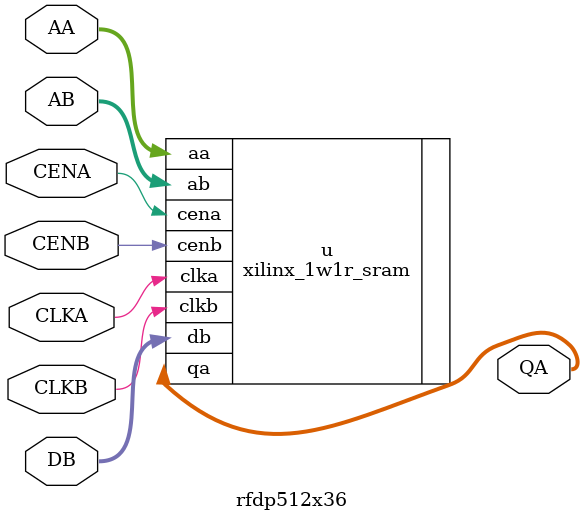
<source format=v>

`define RFDP(dpeth, width)    \
module rfdp``dpeth``x``width (					\
	output 		[width-1:0]				QA,     \
	input 		[$clog2(dpeth)-1:0] 	AA,     \
	input 								CLKA,   \
	input 								CENA,   \
	input 		[$clog2(dpeth)-1:0] 	AB,     \
	input 		[width-1:0] 			DB,     \
	input 								CLKB,   \
	input 								CENB    \
	);                                          \
	xilinx_1w1r_sram #(                            \
		.WWORD		(width),                    \
		.WADDR		($clog2(dpeth)),            \
		.DEPTH		(dpeth)                     \
		) u (                                   \
		.clka		(CLKA),                     \
		.aa			(AA),                       \
		.cena		(CENA),                     \
		.qa			(QA),                       \
                                                \
		.clkb		(CLKB),                     \
		.ab			(AB),                       \
		.cenb		(CENB),                     \
		.db			(DB));                      \
endmodule



`define RFDPWP(dpeth, width, wpwidth)    \
module rfdp``dpeth``x``width``_wp``wpwidth (		\
	output 		[width-1:0]				QA,     \
	input 		[$clog2(dpeth)-1:0] 	AA,     \
	input 								CLKA,   \
	input 								CENA,   \
	input 		[$clog2(dpeth)-1:0] 	AB,     \
	input 		[width-1:0] 			DB,     \
	input 								CLKB,   \
	input 		[width/wpwidth-1:0]		WENB,	\
	input 								CENB	\
	);                                          \
	parameter           BYTENB = width / 8;												\
	parameter			WPNB   = width/wpwidth; 				                        \
	parameter           WPBYTE = wpwidth / 8;                                           \
    wire    [BYTENB-1:0]    WENB8;                                       			    \
    genvar                  wpIdx, bmIdx;                                               \
    generate                                                                            \
        for (wpIdx = 0; wpIdx < WPNB; wpIdx = wpIdx + 1) begin: GENERATE_WP             \
            for (bmIdx = 0; bmIdx < WPBYTE; bmIdx = bmIdx + 1) begin: GENERATE_BM       \
                assign WENB8[wpIdx * WPBYTE + bmIdx] = WENB[wpIdx];                     \
            end                                                                         \
        end                                                                             \
    endgenerate                                                                         \
	xilinx_1w1r_sram_wp8 #(                     \
		.WWORD		(width),                    \
		.WADDR		($clog2(dpeth)),            \
		.DEPTH		(dpeth),                    \
		.WP			(8)                   		\
		) u (                                   \
		.clka		(CLKA),                     \
		.aa			(AA),                       \
		.cena		(CENA),                     \
		.qa			(QA),                       \
		.clkb		(CLKB),                     \
		.ab			(AB),                       \
		.wenb		(WENB8),                     \
		.cenb		(CENB),                     \
		.db			(DB));                      \
endmodule

`RFDP(32,32)
`RFDP(32,64)
`RFDP(32,96)
`RFDP(8192,8)
`RFDP(8192,64)
`RFDP(12288, 64)
`RFDP(8,96)
`RFDP(512,96)
`RFDP(1024,96)
`RFDP(8,12)
`RFDP(16,12)
`RFDP(512,32)
`RFDP(512,36)

// `RFDP(32,32)
// `RFDP(2048,8)
// `RFDPWP(2048,128,32)
// `RFDP(2048,128)
// `RFDP(256,32)
// `RFDP(512,32)
// `RFDP(1024,32)
// `RFDP(256,24)
// `RFDP(64,38)
// `RFDP(32,128)
// `RFDP(32,130)

// `RFDP(262144,8)
// `RFDP(143360,8)



</source>
